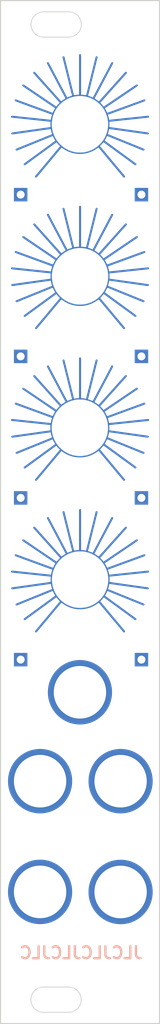
<source format=kicad_pcb>
(kicad_pcb (version 20171130) (host pcbnew "(5.1.4)-1")

  (general
    (thickness 1.6)
    (drawings 119)
    (tracks 168)
    (zones 0)
    (modules 19)
    (nets 1)
  )

  (page A4)
  (layers
    (0 F.Cu signal)
    (31 B.Cu signal)
    (32 B.Adhes user)
    (33 F.Adhes user)
    (34 B.Paste user)
    (35 F.Paste user)
    (36 B.SilkS user)
    (37 F.SilkS user)
    (38 B.Mask user)
    (39 F.Mask user)
    (40 Dwgs.User user hide)
    (41 Cmts.User user hide)
    (42 Eco1.User user hide)
    (43 Eco2.User user hide)
    (44 Edge.Cuts user)
  )

  (setup
    (last_trace_width 0.25)
    (trace_clearance 0.2)
    (zone_clearance 0.508)
    (zone_45_only no)
    (trace_min 0.2)
    (via_size 0.8)
    (via_drill 0.4)
    (via_min_size 0.4)
    (via_min_drill 0.3)
    (uvia_size 0.3)
    (uvia_drill 0.1)
    (uvias_allowed no)
    (uvia_min_size 0.2)
    (uvia_min_drill 0.1)
    (edge_width 0.05)
    (segment_width 0.2)
    (pcb_text_width 0.3)
    (pcb_text_size 1.5 1.5)
    (mod_edge_width 0.12)
    (mod_text_size 1 1)
    (mod_text_width 0.15)
    (pad_size 1.524 1.524)
    (pad_drill 0.762)
    (pad_to_mask_clearance 0.051)
    (solder_mask_min_width 0.25)
    (aux_axis_origin 0 0)
    (visible_elements 7FFFFFFF)
    (pcbplotparams
      (layerselection 0x010f0_ffffffff)
      (usegerberextensions false)
      (usegerberattributes false)
      (usegerberadvancedattributes false)
      (creategerberjobfile false)
      (excludeedgelayer true)
      (linewidth 0.100000)
      (plotframeref false)
      (viasonmask false)
      (mode 1)
      (useauxorigin false)
      (hpglpennumber 1)
      (hpglpenspeed 20)
      (hpglpendiameter 15.000000)
      (psnegative false)
      (psa4output false)
      (plotreference true)
      (plotvalue false)
      (plotinvisibletext false)
      (padsonsilk false)
      (subtractmaskfromsilk false)
      (outputformat 1)
      (mirror false)
      (drillshape 0)
      (scaleselection 1)
      (outputdirectory "4HP2b/"))
  )

  (net 0 "")

  (net_class Default "これはデフォルトのネット クラスです。"
    (clearance 0.2)
    (trace_width 0.25)
    (via_dia 0.8)
    (via_drill 0.4)
    (uvia_dia 0.3)
    (uvia_drill 0.1)
  )

  (module 4ms_Connector:PinHeader_1x01_P2.54mm_Vertical_NoSilk (layer F.Cu) (tedit 5F1FACC9) (tstamp 5F2017A7)
    (at 17.78 -45.72)
    (descr "Through hole straight pin header, 1x01, 2.54mm pitch, single row")
    (tags "Through hole pin header THT 1x01 2.54mm single row")
    (fp_text reference " " (at 0 -2.33) (layer F.SilkS)
      (effects (font (size 1 1) (thickness 0.15)))
    )
    (fp_text value PinHeader_1x01_P2.54mm_Vertical_NoSilk (at 0 2.33) (layer F.Fab)
      (effects (font (size 1 1) (thickness 0.15)))
    )
    (fp_line (start -0.635 -1.27) (end 1.27 -1.27) (layer F.Fab) (width 0.1))
    (fp_line (start 1.27 -1.27) (end 1.27 1.27) (layer F.Fab) (width 0.1))
    (fp_line (start 1.27 1.27) (end -1.27 1.27) (layer F.Fab) (width 0.1))
    (fp_line (start -1.27 1.27) (end -1.27 -0.635) (layer F.Fab) (width 0.1))
    (fp_line (start -1.27 -0.635) (end -0.635 -1.27) (layer F.Fab) (width 0.1))
    (fp_line (start -1.8 -1.8) (end -1.8 1.8) (layer F.CrtYd) (width 0.05))
    (fp_line (start -1.8 1.8) (end 1.8 1.8) (layer F.CrtYd) (width 0.05))
    (fp_line (start 1.8 1.8) (end 1.8 -1.8) (layer F.CrtYd) (width 0.05))
    (fp_line (start 1.8 -1.8) (end -1.8 -1.8) (layer F.CrtYd) (width 0.05))
    (fp_text user %R (at 0 0 90) (layer F.Fab)
      (effects (font (size 1 1) (thickness 0.15)))
    )
    (pad 1 thru_hole rect (at 0 0) (size 1.7 1.7) (drill 1) (layers *.Cu *.Mask))
    (model ${KISYS3DMOD}/Connector_PinHeader_2.54mm.3dshapes/PinHeader_1x01_P2.54mm_Vertical.wrl
      (at (xyz 0 0 0))
      (scale (xyz 1 1 1))
      (rotate (xyz 0 0 0))
    )
  )

  (module 4ms_Connector:PinHeader_1x01_P2.54mm_Vertical_NoSilk (layer F.Cu) (tedit 5F1FACC9) (tstamp 5F20178B)
    (at 2.54 -45.72)
    (descr "Through hole straight pin header, 1x01, 2.54mm pitch, single row")
    (tags "Through hole pin header THT 1x01 2.54mm single row")
    (fp_text reference " " (at 0 -2.33) (layer F.SilkS)
      (effects (font (size 1 1) (thickness 0.15)))
    )
    (fp_text value PinHeader_1x01_P2.54mm_Vertical_NoSilk (at 0 2.33) (layer F.Fab)
      (effects (font (size 1 1) (thickness 0.15)))
    )
    (fp_text user %R (at 0 0 90) (layer F.Fab)
      (effects (font (size 1 1) (thickness 0.15)))
    )
    (fp_line (start 1.8 -1.8) (end -1.8 -1.8) (layer F.CrtYd) (width 0.05))
    (fp_line (start 1.8 1.8) (end 1.8 -1.8) (layer F.CrtYd) (width 0.05))
    (fp_line (start -1.8 1.8) (end 1.8 1.8) (layer F.CrtYd) (width 0.05))
    (fp_line (start -1.8 -1.8) (end -1.8 1.8) (layer F.CrtYd) (width 0.05))
    (fp_line (start -1.27 -0.635) (end -0.635 -1.27) (layer F.Fab) (width 0.1))
    (fp_line (start -1.27 1.27) (end -1.27 -0.635) (layer F.Fab) (width 0.1))
    (fp_line (start 1.27 1.27) (end -1.27 1.27) (layer F.Fab) (width 0.1))
    (fp_line (start 1.27 -1.27) (end 1.27 1.27) (layer F.Fab) (width 0.1))
    (fp_line (start -0.635 -1.27) (end 1.27 -1.27) (layer F.Fab) (width 0.1))
    (pad 1 thru_hole rect (at 0 0) (size 1.7 1.7) (drill 1) (layers *.Cu *.Mask))
    (model ${KISYS3DMOD}/Connector_PinHeader_2.54mm.3dshapes/PinHeader_1x01_P2.54mm_Vertical.wrl
      (at (xyz 0 0 0))
      (scale (xyz 1 1 1))
      (rotate (xyz 0 0 0))
    )
  )

  (module 4ms_Connector:PinHeader_1x01_P2.54mm_Vertical_NoSilk (layer F.Cu) (tedit 5F1FACC9) (tstamp 5F20176F)
    (at 17.78 -83.82)
    (descr "Through hole straight pin header, 1x01, 2.54mm pitch, single row")
    (tags "Through hole pin header THT 1x01 2.54mm single row")
    (fp_text reference " " (at 0 -2.33) (layer F.SilkS)
      (effects (font (size 1 1) (thickness 0.15)))
    )
    (fp_text value PinHeader_1x01_P2.54mm_Vertical_NoSilk (at 0 2.33) (layer F.Fab)
      (effects (font (size 1 1) (thickness 0.15)))
    )
    (fp_line (start -0.635 -1.27) (end 1.27 -1.27) (layer F.Fab) (width 0.1))
    (fp_line (start 1.27 -1.27) (end 1.27 1.27) (layer F.Fab) (width 0.1))
    (fp_line (start 1.27 1.27) (end -1.27 1.27) (layer F.Fab) (width 0.1))
    (fp_line (start -1.27 1.27) (end -1.27 -0.635) (layer F.Fab) (width 0.1))
    (fp_line (start -1.27 -0.635) (end -0.635 -1.27) (layer F.Fab) (width 0.1))
    (fp_line (start -1.8 -1.8) (end -1.8 1.8) (layer F.CrtYd) (width 0.05))
    (fp_line (start -1.8 1.8) (end 1.8 1.8) (layer F.CrtYd) (width 0.05))
    (fp_line (start 1.8 1.8) (end 1.8 -1.8) (layer F.CrtYd) (width 0.05))
    (fp_line (start 1.8 -1.8) (end -1.8 -1.8) (layer F.CrtYd) (width 0.05))
    (fp_text user %R (at 0 0 90) (layer F.Fab)
      (effects (font (size 1 1) (thickness 0.15)))
    )
    (pad 1 thru_hole rect (at 0 0) (size 1.7 1.7) (drill 1) (layers *.Cu *.Mask))
    (model ${KISYS3DMOD}/Connector_PinHeader_2.54mm.3dshapes/PinHeader_1x01_P2.54mm_Vertical.wrl
      (at (xyz 0 0 0))
      (scale (xyz 1 1 1))
      (rotate (xyz 0 0 0))
    )
  )

  (module 4ms_Connector:PinHeader_1x01_P2.54mm_Vertical_NoSilk (layer F.Cu) (tedit 5F1FACC9) (tstamp 5F201753)
    (at 2.54 -83.82)
    (descr "Through hole straight pin header, 1x01, 2.54mm pitch, single row")
    (tags "Through hole pin header THT 1x01 2.54mm single row")
    (fp_text reference " " (at 0 -2.33) (layer F.SilkS)
      (effects (font (size 1 1) (thickness 0.15)))
    )
    (fp_text value PinHeader_1x01_P2.54mm_Vertical_NoSilk (at 0 2.33) (layer F.Fab)
      (effects (font (size 1 1) (thickness 0.15)))
    )
    (fp_text user %R (at 0 0 90) (layer F.Fab)
      (effects (font (size 1 1) (thickness 0.15)))
    )
    (fp_line (start 1.8 -1.8) (end -1.8 -1.8) (layer F.CrtYd) (width 0.05))
    (fp_line (start 1.8 1.8) (end 1.8 -1.8) (layer F.CrtYd) (width 0.05))
    (fp_line (start -1.8 1.8) (end 1.8 1.8) (layer F.CrtYd) (width 0.05))
    (fp_line (start -1.8 -1.8) (end -1.8 1.8) (layer F.CrtYd) (width 0.05))
    (fp_line (start -1.27 -0.635) (end -0.635 -1.27) (layer F.Fab) (width 0.1))
    (fp_line (start -1.27 1.27) (end -1.27 -0.635) (layer F.Fab) (width 0.1))
    (fp_line (start 1.27 1.27) (end -1.27 1.27) (layer F.Fab) (width 0.1))
    (fp_line (start 1.27 -1.27) (end 1.27 1.27) (layer F.Fab) (width 0.1))
    (fp_line (start -0.635 -1.27) (end 1.27 -1.27) (layer F.Fab) (width 0.1))
    (pad 1 thru_hole rect (at 0 0) (size 1.7 1.7) (drill 1) (layers *.Cu *.Mask))
    (model ${KISYS3DMOD}/Connector_PinHeader_2.54mm.3dshapes/PinHeader_1x01_P2.54mm_Vertical.wrl
      (at (xyz 0 0 0))
      (scale (xyz 1 1 1))
      (rotate (xyz 0 0 0))
    )
  )

  (module 4ms_Connector:PinHeader_1x01_P2.54mm_Vertical_NoSilk (layer F.Cu) (tedit 5F1FACC9) (tstamp 5F201642)
    (at 17.78 -66.04)
    (descr "Through hole straight pin header, 1x01, 2.54mm pitch, single row")
    (tags "Through hole pin header THT 1x01 2.54mm single row")
    (fp_text reference REF** (at 0 -2.33) (layer F.SilkS) hide
      (effects (font (size 1 1) (thickness 0.15)))
    )
    (fp_text value PinHeader_1x01_P2.54mm_Vertical_NoSilk (at 0 2.33) (layer F.Fab)
      (effects (font (size 1 1) (thickness 0.15)))
    )
    (fp_line (start -0.635 -1.27) (end 1.27 -1.27) (layer F.Fab) (width 0.1))
    (fp_line (start 1.27 -1.27) (end 1.27 1.27) (layer F.Fab) (width 0.1))
    (fp_line (start 1.27 1.27) (end -1.27 1.27) (layer F.Fab) (width 0.1))
    (fp_line (start -1.27 1.27) (end -1.27 -0.635) (layer F.Fab) (width 0.1))
    (fp_line (start -1.27 -0.635) (end -0.635 -1.27) (layer F.Fab) (width 0.1))
    (fp_line (start -1.8 -1.8) (end -1.8 1.8) (layer F.CrtYd) (width 0.05))
    (fp_line (start -1.8 1.8) (end 1.8 1.8) (layer F.CrtYd) (width 0.05))
    (fp_line (start 1.8 1.8) (end 1.8 -1.8) (layer F.CrtYd) (width 0.05))
    (fp_line (start 1.8 -1.8) (end -1.8 -1.8) (layer F.CrtYd) (width 0.05))
    (fp_text user %R (at 0 0 90) (layer F.Fab)
      (effects (font (size 1 1) (thickness 0.15)))
    )
    (pad 1 thru_hole rect (at 0 0) (size 1.7 1.7) (drill 1) (layers *.Cu *.Mask))
    (model ${KISYS3DMOD}/Connector_PinHeader_2.54mm.3dshapes/PinHeader_1x01_P2.54mm_Vertical.wrl
      (at (xyz 0 0 0))
      (scale (xyz 1 1 1))
      (rotate (xyz 0 0 0))
    )
  )

  (module 4ms_Connector:PinHeader_1x01_P2.54mm_Vertical_NoSilk (layer F.Cu) (tedit 5F1FACC9) (tstamp 5F201609)
    (at 2.54 -66.04)
    (descr "Through hole straight pin header, 1x01, 2.54mm pitch, single row")
    (tags "Through hole pin header THT 1x01 2.54mm single row")
    (fp_text reference REF** (at 0 -2.33) (layer F.SilkS) hide
      (effects (font (size 1 1) (thickness 0.15)))
    )
    (fp_text value PinHeader_1x01_P2.54mm_Vertical_NoSilk (at 0 2.33) (layer F.Fab)
      (effects (font (size 1 1) (thickness 0.15)))
    )
    (fp_line (start -0.635 -1.27) (end 1.27 -1.27) (layer F.Fab) (width 0.1))
    (fp_line (start 1.27 -1.27) (end 1.27 1.27) (layer F.Fab) (width 0.1))
    (fp_line (start 1.27 1.27) (end -1.27 1.27) (layer F.Fab) (width 0.1))
    (fp_line (start -1.27 1.27) (end -1.27 -0.635) (layer F.Fab) (width 0.1))
    (fp_line (start -1.27 -0.635) (end -0.635 -1.27) (layer F.Fab) (width 0.1))
    (fp_line (start -1.8 -1.8) (end -1.8 1.8) (layer F.CrtYd) (width 0.05))
    (fp_line (start -1.8 1.8) (end 1.8 1.8) (layer F.CrtYd) (width 0.05))
    (fp_line (start 1.8 1.8) (end 1.8 -1.8) (layer F.CrtYd) (width 0.05))
    (fp_line (start 1.8 -1.8) (end -1.8 -1.8) (layer F.CrtYd) (width 0.05))
    (fp_text user %R (at 0 0 90) (layer F.Fab)
      (effects (font (size 1 1) (thickness 0.15)))
    )
    (pad 1 thru_hole rect (at 0 0) (size 1.7 1.7) (drill 1) (layers *.Cu *.Mask))
    (model ${KISYS3DMOD}/Connector_PinHeader_2.54mm.3dshapes/PinHeader_1x01_P2.54mm_Vertical.wrl
      (at (xyz 0 0 0))
      (scale (xyz 1 1 1))
      (rotate (xyz 0 0 0))
    )
  )

  (module 4ms_Connector:PinHeader_1x01_P2.54mm_Vertical_NoSilk (layer F.Cu) (tedit 5F1FACC9) (tstamp 5F2015D0)
    (at 17.78 -104.14)
    (descr "Through hole straight pin header, 1x01, 2.54mm pitch, single row")
    (tags "Through hole pin header THT 1x01 2.54mm single row")
    (fp_text reference REF** (at 0 -2.33) (layer F.SilkS) hide
      (effects (font (size 1 1) (thickness 0.15)))
    )
    (fp_text value PinHeader_1x01_P2.54mm_Vertical_NoSilk (at 0 2.33) (layer F.Fab)
      (effects (font (size 1 1) (thickness 0.15)))
    )
    (fp_line (start -0.635 -1.27) (end 1.27 -1.27) (layer F.Fab) (width 0.1))
    (fp_line (start 1.27 -1.27) (end 1.27 1.27) (layer F.Fab) (width 0.1))
    (fp_line (start 1.27 1.27) (end -1.27 1.27) (layer F.Fab) (width 0.1))
    (fp_line (start -1.27 1.27) (end -1.27 -0.635) (layer F.Fab) (width 0.1))
    (fp_line (start -1.27 -0.635) (end -0.635 -1.27) (layer F.Fab) (width 0.1))
    (fp_line (start -1.8 -1.8) (end -1.8 1.8) (layer F.CrtYd) (width 0.05))
    (fp_line (start -1.8 1.8) (end 1.8 1.8) (layer F.CrtYd) (width 0.05))
    (fp_line (start 1.8 1.8) (end 1.8 -1.8) (layer F.CrtYd) (width 0.05))
    (fp_line (start 1.8 -1.8) (end -1.8 -1.8) (layer F.CrtYd) (width 0.05))
    (fp_text user %R (at 0 0 90) (layer F.Fab)
      (effects (font (size 1 1) (thickness 0.15)))
    )
    (pad 1 thru_hole rect (at 0 0) (size 1.7 1.7) (drill 1) (layers *.Cu *.Mask))
    (model ${KISYS3DMOD}/Connector_PinHeader_2.54mm.3dshapes/PinHeader_1x01_P2.54mm_Vertical.wrl
      (at (xyz 0 0 0))
      (scale (xyz 1 1 1))
      (rotate (xyz 0 0 0))
    )
  )

  (module 4ms_Connector:PinHeader_1x01_P2.54mm_Vertical_NoSilk (layer F.Cu) (tedit 5F1FACC9) (tstamp 5F2014F4)
    (at 2.54 -104.14)
    (descr "Through hole straight pin header, 1x01, 2.54mm pitch, single row")
    (tags "Through hole pin header THT 1x01 2.54mm single row")
    (fp_text reference " " (at 0 -2.33) (layer F.SilkS)
      (effects (font (size 1 1) (thickness 0.15)))
    )
    (fp_text value PinHeader_1x01_P2.54mm_Vertical_NoSilk (at 0 2.33) (layer F.Fab)
      (effects (font (size 1 1) (thickness 0.15)))
    )
    (fp_line (start -0.635 -1.27) (end 1.27 -1.27) (layer F.Fab) (width 0.1))
    (fp_line (start 1.27 -1.27) (end 1.27 1.27) (layer F.Fab) (width 0.1))
    (fp_line (start 1.27 1.27) (end -1.27 1.27) (layer F.Fab) (width 0.1))
    (fp_line (start -1.27 1.27) (end -1.27 -0.635) (layer F.Fab) (width 0.1))
    (fp_line (start -1.27 -0.635) (end -0.635 -1.27) (layer F.Fab) (width 0.1))
    (fp_line (start -1.8 -1.8) (end -1.8 1.8) (layer F.CrtYd) (width 0.05))
    (fp_line (start -1.8 1.8) (end 1.8 1.8) (layer F.CrtYd) (width 0.05))
    (fp_line (start 1.8 1.8) (end 1.8 -1.8) (layer F.CrtYd) (width 0.05))
    (fp_line (start 1.8 -1.8) (end -1.8 -1.8) (layer F.CrtYd) (width 0.05))
    (fp_text user %R (at 0 0 90) (layer F.Fab)
      (effects (font (size 1 1) (thickness 0.15)))
    )
    (pad 1 thru_hole rect (at 0 0) (size 1.7 1.7) (drill 1) (layers *.Cu *.Mask))
    (model ${KISYS3DMOD}/Connector_PinHeader_2.54mm.3dshapes/PinHeader_1x01_P2.54mm_Vertical.wrl
      (at (xyz 0 0 0))
      (scale (xyz 1 1 1))
      (rotate (xyz 0 0 0))
    )
  )

  (module 4ms_Faceplate:Faceplate_Hole_Jack_3.5mm_Copper8mm locked (layer F.Cu) (tedit 5DAE1E51) (tstamp 5F200065)
    (at 10.02 -41.62)
    (fp_text reference REF** (at 0.41 4.84) (layer F.Fab) hide
      (effects (font (size 1 1) (thickness 0.15)))
    )
    (fp_text value Faceplate_Hole_Jack_3.5mm_Copper8mm (at 0.27 6.16) (layer F.Fab) hide
      (effects (font (size 1 1) (thickness 0.15)))
    )
    (fp_line (start 0 -0.508) (end 0 0.508) (layer F.Fab) (width 0.15))
    (fp_line (start -0.508 0) (end 0.508 0) (layer F.Fab) (width 0.15))
    (pad 1 thru_hole circle (at 0 0) (size 8.1 8.1) (drill 6.604) (layers *.Cu *.Mask))
  )

  (module 4ms_Faceplate:Faceplate_Hole_Jack_3.5mm_Copper8mm locked (layer F.Cu) (tedit 5DAE1E51) (tstamp 5F20004C)
    (at 15.15 -16.53)
    (fp_text reference REF** (at 0.41 4.84) (layer F.Fab) hide
      (effects (font (size 1 1) (thickness 0.15)))
    )
    (fp_text value Faceplate_Hole_Jack_3.5mm_Copper8mm (at 0.27 6.16) (layer F.Fab) hide
      (effects (font (size 1 1) (thickness 0.15)))
    )
    (fp_line (start 0 -0.508) (end 0 0.508) (layer F.Fab) (width 0.15))
    (fp_line (start -0.508 0) (end 0.508 0) (layer F.Fab) (width 0.15))
    (pad 1 thru_hole circle (at 0 0) (size 8.1 8.1) (drill 6.604) (layers *.Cu *.Mask))
  )

  (module 4ms_Faceplate:Faceplate_Hole_Jack_3.5mm_Copper8mm locked (layer F.Cu) (tedit 5DAE1E51) (tstamp 5F200033)
    (at 4.99 -16.54)
    (fp_text reference REF** (at 0.41 4.84) (layer F.Fab) hide
      (effects (font (size 1 1) (thickness 0.15)))
    )
    (fp_text value Faceplate_Hole_Jack_3.5mm_Copper8mm (at 0.27 6.16) (layer F.Fab) hide
      (effects (font (size 1 1) (thickness 0.15)))
    )
    (fp_line (start 0 -0.508) (end 0 0.508) (layer F.Fab) (width 0.15))
    (fp_line (start -0.508 0) (end 0.508 0) (layer F.Fab) (width 0.15))
    (pad 1 thru_hole circle (at 0 0) (size 8.1 8.1) (drill 6.604) (layers *.Cu *.Mask))
  )

  (module 4ms_Faceplate:Faceplate_Hole_Jack_3.5mm_Copper8mm locked (layer F.Cu) (tedit 5DAE1E51) (tstamp 5F200002)
    (at 15.15 -30.45)
    (fp_text reference REF** (at 0.41 4.84) (layer F.Fab) hide
      (effects (font (size 1 1) (thickness 0.15)))
    )
    (fp_text value Faceplate_Hole_Jack_3.5mm_Copper8mm (at 0.27 6.16) (layer F.Fab) hide
      (effects (font (size 1 1) (thickness 0.15)))
    )
    (fp_line (start 0 -0.508) (end 0 0.508) (layer F.Fab) (width 0.15))
    (fp_line (start -0.508 0) (end 0.508 0) (layer F.Fab) (width 0.15))
    (pad 1 thru_hole circle (at 0 0) (size 8.1 8.1) (drill 6.604) (layers *.Cu *.Mask))
  )

  (module 4ms_Faceplate:Faceplate_Hole_Jack_3.5mm_Copper8mm locked (layer F.Cu) (tedit 5DAE1E51) (tstamp 5F1FFFE9)
    (at 4.99 -30.45)
    (fp_text reference REF** (at 0.41 4.84) (layer F.Fab) hide
      (effects (font (size 1 1) (thickness 0.15)))
    )
    (fp_text value Faceplate_Hole_Jack_3.5mm_Copper8mm (at 0.27 6.16) (layer F.Fab) hide
      (effects (font (size 1 1) (thickness 0.15)))
    )
    (fp_line (start 0 -0.508) (end 0 0.508) (layer F.Fab) (width 0.15))
    (fp_line (start -0.508 0) (end 0.508 0) (layer F.Fab) (width 0.15))
    (pad 1 thru_hole circle (at 0 0) (size 8.1 8.1) (drill 6.604) (layers *.Cu *.Mask))
  )

  (module 4ms_Faceplate:Faceplate_Hole_Pot_9mm_Metal_Collar (layer F.Cu) (tedit 5AB0124D) (tstamp 5F1FFF91)
    (at 10.04 -55.77)
    (fp_text reference REF** (at 0.254 2.286) (layer F.SilkS) hide
      (effects (font (size 1 1) (thickness 0.15)))
    )
    (fp_text value Faceplate_Hole_Pot_9mm (at 0.17 4.53) (layer F.Fab) hide
      (effects (font (size 1 1) (thickness 0.15)))
    )
    (fp_line (start -0.508 0) (end 0.508 0) (layer F.Fab) (width 0.15))
    (fp_line (start 0 -0.508) (end 0 0.508) (layer F.Fab) (width 0.15))
    (pad 1 thru_hole circle (at 0 0) (size 7.45 7.45) (drill 7.1) (layers *.Cu *.Mask))
  )

  (module 4ms_Faceplate:Faceplate_Hole_Pot_9mm_Metal_Collar (layer F.Cu) (tedit 5AB0124D) (tstamp 5F1FFF78)
    (at 10.01 -74.85)
    (fp_text reference REF** (at 0.254 2.286) (layer F.SilkS) hide
      (effects (font (size 1 1) (thickness 0.15)))
    )
    (fp_text value Faceplate_Hole_Pot_9mm (at 0.17 4.53) (layer F.Fab) hide
      (effects (font (size 1 1) (thickness 0.15)))
    )
    (fp_line (start -0.508 0) (end 0.508 0) (layer F.Fab) (width 0.15))
    (fp_line (start 0 -0.508) (end 0 0.508) (layer F.Fab) (width 0.15))
    (pad 1 thru_hole circle (at 0 0) (size 7.45 7.45) (drill 7.1) (layers *.Cu *.Mask))
  )

  (module 4ms_Faceplate:Faceplate_Hole_Pot_9mm_Metal_Collar (layer F.Cu) (tedit 5AB0124D) (tstamp 5F1FFF5F)
    (at 10.03 -93.88)
    (fp_text reference REF** (at 0.254 2.286) (layer F.SilkS) hide
      (effects (font (size 1 1) (thickness 0.15)))
    )
    (fp_text value Faceplate_Hole_Pot_9mm (at 0.17 4.53) (layer F.Fab) hide
      (effects (font (size 1 1) (thickness 0.15)))
    )
    (fp_line (start -0.508 0) (end 0.508 0) (layer F.Fab) (width 0.15))
    (fp_line (start 0 -0.508) (end 0 0.508) (layer F.Fab) (width 0.15))
    (pad 1 thru_hole circle (at 0 0) (size 7.45 7.45) (drill 7.1) (layers *.Cu *.Mask))
  )

  (module 4ms_Faceplate:Faceplate_Hole_Pot_9mm_Metal_Collar (layer F.Cu) (tedit 5AB0124D) (tstamp 5F1FFF46)
    (at 10.02 -112.98)
    (fp_text reference REF** (at 0.254 2.286) (layer F.SilkS) hide
      (effects (font (size 1 1) (thickness 0.15)))
    )
    (fp_text value Faceplate_Hole_Pot_9mm (at 0.17 4.53) (layer F.Fab) hide
      (effects (font (size 1 1) (thickness 0.15)))
    )
    (fp_line (start -0.508 0) (end 0.508 0) (layer F.Fab) (width 0.15))
    (fp_line (start 0 -0.508) (end 0 0.508) (layer F.Fab) (width 0.15))
    (pad 1 thru_hole circle (at 0 0) (size 7.45 7.45) (drill 7.1) (layers *.Cu *.Mask))
  )

  (module 4ms_Faceplate:Faceplate_Rail_Mount_Slot (layer F.Cu) (tedit 5A7E37F6) (tstamp 5F1FF9FF)
    (at 7.02 -125.52)
    (fp_text reference REF** (at 0.13 4.37) (layer F.Fab) hide
      (effects (font (size 1 1) (thickness 0.15)))
    )
    (fp_text value Rail_mount_slot (at 0.381 2.54) (layer F.Fab) hide
      (effects (font (size 1 1) (thickness 0.15)))
    )
    (fp_line (start -1.5875 -1.5875) (end 1.5875 -1.5875) (layer Edge.Cuts) (width 0.1))
    (fp_arc (start -1.5875 0) (end -1.5875 1.5875) (angle 180) (layer Edge.Cuts) (width 0.1))
    (fp_arc (start 1.5875 0) (end 1.5875 -1.5875) (angle 180) (layer Edge.Cuts) (width 0.1))
    (fp_line (start -1.5875 1.5875) (end 1.5875 1.5875) (layer Edge.Cuts) (width 0.1))
  )

  (module 4ms_Faceplate:Faceplate_Rail_Mount_Slot (layer F.Cu) (tedit 5A7E37F6) (tstamp 5F1FF9DA)
    (at 7 -3)
    (fp_text reference REF** (at 0.13 4.37) (layer F.Fab) hide
      (effects (font (size 1 1) (thickness 0.15)))
    )
    (fp_text value Rail_mount_slot (at 0.381 2.54) (layer F.Fab) hide
      (effects (font (size 1 1) (thickness 0.15)))
    )
    (fp_line (start -1.5875 -1.5875) (end 1.5875 -1.5875) (layer Edge.Cuts) (width 0.1))
    (fp_arc (start -1.5875 0) (end -1.5875 1.5875) (angle 180) (layer Edge.Cuts) (width 0.1))
    (fp_arc (start 1.5875 0) (end 1.5875 -1.5875) (angle 180) (layer Edge.Cuts) (width 0.1))
    (fp_line (start -1.5875 1.5875) (end 1.5875 1.5875) (layer Edge.Cuts) (width 0.1))
  )

  (gr_text JLCJLCJLCJLC (at 10.16 -8.89) (layer B.SilkS)
    (effects (font (size 1.5 1.5) (thickness 0.3)) (justify mirror))
  )
  (gr_line (start 10.033 -113.03) (end 10.033 -113.03) (layer B.Mask) (width 7.239))
  (gr_line (start 10.033 -93.98) (end 10.033 -93.98) (layer B.Mask) (width 7.239))
  (gr_line (start 10.033 -74.93) (end 10.033 -74.93) (layer B.Mask) (width 7.239))
  (gr_line (start 10.033 -55.88) (end 10.033 -55.88) (layer B.Mask) (width 7.239))
  (gr_line (start 10.033 -41.656) (end 10.033 -41.656) (layer B.Mask) (width 5.334))
  (gr_line (start 4.953 -30.48) (end 4.953 -30.48) (layer B.Mask) (width 6.35))
  (gr_line (start 15.113 -30.48) (end 15.113 -30.48) (layer B.Mask) (width 6.35))
  (gr_line (start 4.953 -16.51) (end 4.953 -16.51) (layer B.Mask) (width 6.35))
  (gr_line (start 15.113 -16.51) (end 15.113 -16.51) (layer B.Mask) (width 6.35))
  (gr_line (start 10.033 -113.03) (end 10.033 -113.03) (layer F.Mask) (width 7.239))
  (gr_line (start 10.033 -93.98) (end 10.033 -93.98) (layer F.Mask) (width 7.239))
  (gr_line (start 10.033 -74.93) (end 10.033 -74.93) (layer F.Mask) (width 7.239))
  (gr_line (start 10.033 -55.88) (end 10.033 -55.88) (layer F.Mask) (width 7.239))
  (gr_line (start 10.033 -41.656) (end 10.033 -41.656) (layer F.Mask) (width 5.334))
  (gr_line (start 4.953 -30.48) (end 4.953 -30.48) (layer F.Mask) (width 6.35))
  (gr_line (start 15.113 -30.48) (end 15.113 -30.48) (layer F.Mask) (width 6.35))
  (gr_line (start 4.953 -16.51) (end 4.953 -16.51) (layer F.Mask) (width 6.35))
  (gr_line (start 15.113 -16.51) (end 15.113 -16.51) (layer F.Mask) (width 6.35))
  (gr_line (start 10.033 -113.03) (end 4.48188 -106.41444) (layer F.Mask) (width 0.254))
  (gr_line (start 10.033 -113.03) (end 3.04632 -107.95389) (layer F.Mask) (width 0.254))
  (gr_line (start 10.033 -113.03) (end 2.02583 -109.7949) (layer F.Mask) (width 0.254))
  (gr_line (start 10.033 -113.03) (end 1.48105 -111.8281) (layer F.Mask) (width 0.254))
  (gr_line (start 10.033 -113.03) (end 1.44432 -113.93272) (layer F.Mask) (width 0.254))
  (gr_line (start 10.033 -113.03) (end 1.91783 -115.98369) (layer F.Mask) (width 0.254))
  (gr_line (start 10.033 -113.03) (end 2.87343 -117.8592) (layer F.Mask) (width 0.254))
  (gr_line (start 10.033 -113.03) (end 4.2544 -119.44779) (layer F.Mask) (width 0.254))
  (gr_line (start 10.033 -113.03) (end 5.97865 -120.65513) (layer F.Mask) (width 0.254))
  (gr_line (start 10.033 -113.03) (end 7.94377 -121.40949) (layer F.Mask) (width 0.254))
  (gr_line (start 10.033 -113.03) (end 10.033 -121.666) (layer F.Mask) (width 0.254))
  (gr_line (start 10.033 -113.03) (end 12.12223 -121.40949) (layer F.Mask) (width 0.254))
  (gr_line (start 10.033 -113.03) (end 14.08735 -120.65513) (layer F.Mask) (width 0.254))
  (gr_line (start 10.033 -113.03) (end 15.8116 -119.44779) (layer F.Mask) (width 0.254))
  (gr_line (start 10.033 -113.03) (end 17.19257 -117.8592) (layer F.Mask) (width 0.254))
  (gr_line (start 10.033 -113.03) (end 18.14817 -115.98369) (layer F.Mask) (width 0.254))
  (gr_line (start 10.033 -113.03) (end 18.62168 -113.93272) (layer F.Mask) (width 0.254))
  (gr_line (start 10.033 -113.03) (end 18.58495 -111.8281) (layer F.Mask) (width 0.254))
  (gr_line (start 10.033 -113.03) (end 18.04017 -109.7949) (layer F.Mask) (width 0.254))
  (gr_line (start 10.033 -113.03) (end 17.01968 -107.95389) (layer F.Mask) (width 0.254))
  (gr_line (start 10.033 -113.03) (end 15.58412 -106.41444) (layer F.Mask) (width 0.254))
  (gr_line (start 10.033 -93.98) (end 4.48188 -87.36444) (layer F.Mask) (width 0.254))
  (gr_line (start 10.033 -93.98) (end 3.04632 -88.90389) (layer F.Mask) (width 0.254))
  (gr_line (start 10.033 -93.98) (end 2.02583 -90.7449) (layer F.Mask) (width 0.254))
  (gr_line (start 10.033 -93.98) (end 1.48105 -92.7781) (layer F.Mask) (width 0.254))
  (gr_line (start 10.033 -93.98) (end 1.44432 -94.88272) (layer F.Mask) (width 0.254))
  (gr_line (start 10.033 -93.98) (end 1.91783 -96.93369) (layer F.Mask) (width 0.254))
  (gr_line (start 10.033 -93.98) (end 2.87343 -98.8092) (layer F.Mask) (width 0.254))
  (gr_line (start 10.033 -93.98) (end 4.2544 -100.39779) (layer F.Mask) (width 0.254))
  (gr_line (start 10.033 -93.98) (end 5.97865 -101.60513) (layer F.Mask) (width 0.254))
  (gr_line (start 10.033 -93.98) (end 7.94377 -102.35949) (layer F.Mask) (width 0.254))
  (gr_line (start 10.033 -93.98) (end 10.033 -102.616) (layer F.Mask) (width 0.254))
  (gr_line (start 10.033 -93.98) (end 12.12223 -102.35949) (layer F.Mask) (width 0.254))
  (gr_line (start 10.033 -93.98) (end 14.08735 -101.60513) (layer F.Mask) (width 0.254))
  (gr_line (start 10.033 -93.98) (end 15.8116 -100.39779) (layer F.Mask) (width 0.254))
  (gr_line (start 10.033 -93.98) (end 17.19257 -98.8092) (layer F.Mask) (width 0.254))
  (gr_line (start 10.033 -93.98) (end 18.14817 -96.93369) (layer F.Mask) (width 0.254))
  (gr_line (start 10.033 -93.98) (end 18.62168 -94.88272) (layer F.Mask) (width 0.254))
  (gr_line (start 10.033 -93.98) (end 18.58495 -92.7781) (layer F.Mask) (width 0.254))
  (gr_line (start 10.033 -93.98) (end 18.04017 -90.7449) (layer F.Mask) (width 0.254))
  (gr_line (start 10.033 -93.98) (end 17.01968 -88.90389) (layer F.Mask) (width 0.254))
  (gr_line (start 10.033 -93.98) (end 15.58412 -87.36444) (layer F.Mask) (width 0.254))
  (gr_line (start 10.033 -74.93) (end 4.48188 -68.31444) (layer F.Mask) (width 0.254))
  (gr_line (start 10.033 -74.93) (end 3.04632 -69.85389) (layer F.Mask) (width 0.254))
  (gr_line (start 10.033 -74.93) (end 2.02583 -71.6949) (layer F.Mask) (width 0.254))
  (gr_line (start 10.033 -74.93) (end 1.48105 -73.7281) (layer F.Mask) (width 0.254))
  (gr_line (start 10.033 -74.93) (end 1.44432 -75.83272) (layer F.Mask) (width 0.254))
  (gr_line (start 10.033 -74.93) (end 1.91783 -77.88369) (layer F.Mask) (width 0.254))
  (gr_line (start 10.033 -74.93) (end 2.87343 -79.7592) (layer F.Mask) (width 0.254))
  (gr_line (start 10.033 -74.93) (end 4.2544 -81.34779) (layer F.Mask) (width 0.254))
  (gr_line (start 10.033 -74.93) (end 5.97865 -82.55513) (layer F.Mask) (width 0.254))
  (gr_line (start 10.033 -74.93) (end 7.94377 -83.30949) (layer F.Mask) (width 0.254))
  (gr_line (start 10.033 -74.93) (end 10.033 -83.566) (layer F.Mask) (width 0.254))
  (gr_line (start 10.033 -74.93) (end 12.12223 -83.30949) (layer F.Mask) (width 0.254))
  (gr_line (start 10.033 -74.93) (end 14.08735 -82.55513) (layer F.Mask) (width 0.254))
  (gr_line (start 10.033 -74.93) (end 15.8116 -81.34779) (layer F.Mask) (width 0.254))
  (gr_line (start 10.033 -74.93) (end 17.19257 -79.7592) (layer F.Mask) (width 0.254))
  (gr_line (start 10.033 -74.93) (end 18.14817 -77.88369) (layer F.Mask) (width 0.254))
  (gr_line (start 10.033 -74.93) (end 18.62168 -75.83272) (layer F.Mask) (width 0.254))
  (gr_line (start 10.033 -74.93) (end 18.58495 -73.7281) (layer F.Mask) (width 0.254))
  (gr_line (start 10.033 -74.93) (end 18.04017 -71.6949) (layer F.Mask) (width 0.254))
  (gr_line (start 10.033 -74.93) (end 17.01968 -69.85389) (layer F.Mask) (width 0.254))
  (gr_line (start 10.033 -74.93) (end 15.58412 -68.31444) (layer F.Mask) (width 0.254))
  (gr_line (start 10.033 -55.88) (end 4.48188 -49.26444) (layer F.Mask) (width 0.254))
  (gr_line (start 10.033 -55.88) (end 3.04632 -50.80389) (layer F.Mask) (width 0.254))
  (gr_line (start 10.033 -55.88) (end 2.02583 -52.6449) (layer F.Mask) (width 0.254))
  (gr_line (start 10.033 -55.88) (end 1.48105 -54.6781) (layer F.Mask) (width 0.254))
  (gr_line (start 10.033 -55.88) (end 1.44432 -56.78272) (layer F.Mask) (width 0.254))
  (gr_line (start 10.033 -55.88) (end 1.91783 -58.83369) (layer F.Mask) (width 0.254))
  (gr_line (start 10.033 -55.88) (end 2.87343 -60.7092) (layer F.Mask) (width 0.254))
  (gr_line (start 10.033 -55.88) (end 4.2544 -62.29779) (layer F.Mask) (width 0.254))
  (gr_line (start 10.033 -55.88) (end 5.97865 -63.50513) (layer F.Mask) (width 0.254))
  (gr_line (start 10.033 -55.88) (end 7.94377 -64.25949) (layer F.Mask) (width 0.254))
  (gr_line (start 10.033 -55.88) (end 10.033 -64.516) (layer F.Mask) (width 0.254))
  (gr_line (start 10.033 -55.88) (end 12.12223 -64.25949) (layer F.Mask) (width 0.254))
  (gr_line (start 10.033 -55.88) (end 14.08735 -63.50513) (layer F.Mask) (width 0.254))
  (gr_line (start 10.033 -55.88) (end 15.8116 -62.29779) (layer F.Mask) (width 0.254))
  (gr_line (start 10.033 -55.88) (end 17.19257 -60.7092) (layer F.Mask) (width 0.254))
  (gr_line (start 10.033 -55.88) (end 18.14817 -58.83369) (layer F.Mask) (width 0.254))
  (gr_line (start 10.033 -55.88) (end 18.62168 -56.78272) (layer F.Mask) (width 0.254))
  (gr_line (start 10.033 -55.88) (end 18.58495 -54.6781) (layer F.Mask) (width 0.254))
  (gr_line (start 10.033 -55.88) (end 18.04017 -52.6449) (layer F.Mask) (width 0.254))
  (gr_line (start 10.033 -55.88) (end 17.01968 -50.80389) (layer F.Mask) (width 0.254))
  (gr_line (start 10.033 -55.88) (end 15.58412 -49.26444) (layer F.Mask) (width 0.254))
  (gr_line (start 0 0) (end 20.066 0) (layer Edge.Cuts) (width 0.14))
  (gr_line (start 20.066 0) (end 20.066 -128.524) (layer Edge.Cuts) (width 0.14))
  (gr_line (start 20.066 -128.524) (end 0 -128.524) (layer Edge.Cuts) (width 0.14))
  (gr_line (start 0 -128.524) (end 0 0) (layer Edge.Cuts) (width 0.14))
  (gr_line (start 7.493 -2.9972) (end 7.493 -2.9972) (layer Dwgs.User) (width 3.2004))
  (gr_line (start 7.493 -125.5268) (end 7.493 -125.5268) (layer Dwgs.User) (width 3.2004))
  (gr_line (start 10.033 -113.03) (end 10.033 -113.03) (layer Dwgs.User) (width 7.239))
  (gr_line (start 10.033 -93.98) (end 10.033 -93.98) (layer Dwgs.User) (width 7.239))
  (gr_line (start 10.033 -74.93) (end 10.033 -74.93) (layer Dwgs.User) (width 7.239))
  (gr_line (start 10.033 -55.88) (end 10.033 -55.88) (layer Dwgs.User) (width 7.239))
  (gr_line (start 10.033 -41.656) (end 10.033 -41.656) (layer Dwgs.User) (width 5.334))
  (gr_line (start 4.953 -30.48) (end 4.953 -30.48) (layer Dwgs.User) (width 6.35))
  (gr_line (start 15.113 -30.48) (end 15.113 -30.48) (layer Dwgs.User) (width 6.35))
  (gr_line (start 4.953 -16.51) (end 4.953 -16.51) (layer Dwgs.User) (width 6.35))
  (gr_line (start 15.113 -16.51) (end 15.113 -16.51) (layer Dwgs.User) (width 6.35))
  (gr_poly (pts (xy 0 0) (xy 20.066 0) (xy 20.066 -128.524) (xy 0 -128.524)) (layer Cmts.User) (width 0))

  (segment (start 10.033 -113.03) (end 4.48188 -106.41444) (width 0.254) (layer B.Cu) (net 0))
  (segment (start 10.033 -113.03) (end 3.04632 -107.95389) (width 0.254) (layer B.Cu) (net 0))
  (segment (start 10.033 -113.03) (end 2.02583 -109.7949) (width 0.254) (layer B.Cu) (net 0))
  (segment (start 10.033 -113.03) (end 1.48105 -111.8281) (width 0.254) (layer B.Cu) (net 0))
  (segment (start 10.033 -113.03) (end 1.44432 -113.93272) (width 0.254) (layer B.Cu) (net 0))
  (segment (start 10.033 -113.03) (end 1.91783 -115.98369) (width 0.254) (layer B.Cu) (net 0))
  (segment (start 10.033 -113.03) (end 2.87343 -117.8592) (width 0.254) (layer B.Cu) (net 0))
  (segment (start 10.033 -113.03) (end 4.2544 -119.44779) (width 0.254) (layer B.Cu) (net 0))
  (segment (start 10.033 -113.03) (end 5.97865 -120.65513) (width 0.254) (layer B.Cu) (net 0))
  (segment (start 10.033 -113.03) (end 7.94377 -121.40949) (width 0.254) (layer B.Cu) (net 0))
  (segment (start 10.033 -113.03) (end 10.033 -121.666) (width 0.254) (layer B.Cu) (net 0))
  (segment (start 10.033 -113.03) (end 12.12223 -121.40949) (width 0.254) (layer B.Cu) (net 0))
  (segment (start 10.033 -113.03) (end 14.08735 -120.65513) (width 0.254) (layer B.Cu) (net 0))
  (segment (start 10.033 -113.03) (end 15.8116 -119.44779) (width 0.254) (layer B.Cu) (net 0))
  (segment (start 10.033 -113.03) (end 17.19257 -117.8592) (width 0.254) (layer B.Cu) (net 0))
  (segment (start 10.033 -113.03) (end 18.14817 -115.98369) (width 0.254) (layer B.Cu) (net 0))
  (segment (start 10.033 -113.03) (end 18.62168 -113.93272) (width 0.254) (layer B.Cu) (net 0))
  (segment (start 10.033 -113.03) (end 18.58495 -111.8281) (width 0.254) (layer B.Cu) (net 0))
  (segment (start 10.033 -113.03) (end 18.04017 -109.7949) (width 0.254) (layer B.Cu) (net 0))
  (segment (start 10.033 -113.03) (end 17.01968 -107.95389) (width 0.254) (layer B.Cu) (net 0))
  (segment (start 10.033 -113.03) (end 15.58412 -106.41444) (width 0.254) (layer B.Cu) (net 0))
  (segment (start 10.033 -93.98) (end 4.48188 -87.36444) (width 0.254) (layer B.Cu) (net 0))
  (segment (start 10.033 -93.98) (end 3.04632 -88.90389) (width 0.254) (layer B.Cu) (net 0))
  (segment (start 10.033 -93.98) (end 2.02583 -90.7449) (width 0.254) (layer B.Cu) (net 0))
  (segment (start 10.033 -93.98) (end 1.48105 -92.7781) (width 0.254) (layer B.Cu) (net 0))
  (segment (start 10.033 -93.98) (end 1.44432 -94.88272) (width 0.254) (layer B.Cu) (net 0))
  (segment (start 10.033 -93.98) (end 1.91783 -96.93369) (width 0.254) (layer B.Cu) (net 0))
  (segment (start 10.033 -93.98) (end 2.87343 -98.8092) (width 0.254) (layer B.Cu) (net 0))
  (segment (start 10.033 -93.98) (end 4.2544 -100.39779) (width 0.254) (layer B.Cu) (net 0))
  (segment (start 10.033 -93.98) (end 5.97865 -101.60513) (width 0.254) (layer B.Cu) (net 0))
  (segment (start 10.033 -93.98) (end 7.94377 -102.35949) (width 0.254) (layer B.Cu) (net 0))
  (segment (start 10.033 -93.98) (end 10.033 -102.616) (width 0.254) (layer B.Cu) (net 0))
  (segment (start 10.033 -93.98) (end 12.12223 -102.35949) (width 0.254) (layer B.Cu) (net 0))
  (segment (start 10.033 -93.98) (end 14.08735 -101.60513) (width 0.254) (layer B.Cu) (net 0))
  (segment (start 10.033 -93.98) (end 15.8116 -100.39779) (width 0.254) (layer B.Cu) (net 0))
  (segment (start 10.033 -93.98) (end 17.19257 -98.8092) (width 0.254) (layer B.Cu) (net 0))
  (segment (start 10.033 -93.98) (end 18.14817 -96.93369) (width 0.254) (layer B.Cu) (net 0))
  (segment (start 10.033 -93.98) (end 18.62168 -94.88272) (width 0.254) (layer B.Cu) (net 0))
  (segment (start 10.033 -93.98) (end 18.58495 -92.7781) (width 0.254) (layer B.Cu) (net 0))
  (segment (start 10.033 -93.98) (end 18.04017 -90.7449) (width 0.254) (layer B.Cu) (net 0))
  (segment (start 10.033 -93.98) (end 17.01968 -88.90389) (width 0.254) (layer B.Cu) (net 0))
  (segment (start 10.033 -93.98) (end 15.58412 -87.36444) (width 0.254) (layer B.Cu) (net 0))
  (segment (start 10.033 -74.93) (end 4.48188 -68.31444) (width 0.254) (layer B.Cu) (net 0))
  (segment (start 10.033 -74.93) (end 3.04632 -69.85389) (width 0.254) (layer B.Cu) (net 0))
  (segment (start 10.033 -74.93) (end 2.02583 -71.6949) (width 0.254) (layer B.Cu) (net 0))
  (segment (start 10.033 -74.93) (end 1.48105 -73.7281) (width 0.254) (layer B.Cu) (net 0))
  (segment (start 10.033 -74.93) (end 1.44432 -75.83272) (width 0.254) (layer B.Cu) (net 0))
  (segment (start 10.033 -74.93) (end 1.91783 -77.88369) (width 0.254) (layer B.Cu) (net 0))
  (segment (start 10.033 -74.93) (end 2.87343 -79.7592) (width 0.254) (layer B.Cu) (net 0))
  (segment (start 10.033 -74.93) (end 4.2544 -81.34779) (width 0.254) (layer B.Cu) (net 0))
  (segment (start 10.033 -74.93) (end 5.97865 -82.55513) (width 0.254) (layer B.Cu) (net 0))
  (segment (start 10.033 -74.93) (end 7.94377 -83.30949) (width 0.254) (layer B.Cu) (net 0))
  (segment (start 10.033 -74.93) (end 10.033 -83.566) (width 0.254) (layer B.Cu) (net 0))
  (segment (start 10.033 -74.93) (end 12.12223 -83.30949) (width 0.254) (layer B.Cu) (net 0))
  (segment (start 10.033 -74.93) (end 14.08735 -82.55513) (width 0.254) (layer B.Cu) (net 0))
  (segment (start 10.033 -74.93) (end 15.8116 -81.34779) (width 0.254) (layer B.Cu) (net 0))
  (segment (start 10.033 -74.93) (end 17.19257 -79.7592) (width 0.254) (layer B.Cu) (net 0))
  (segment (start 10.033 -74.93) (end 18.14817 -77.88369) (width 0.254) (layer B.Cu) (net 0))
  (segment (start 10.033 -74.93) (end 18.62168 -75.83272) (width 0.254) (layer B.Cu) (net 0))
  (segment (start 10.033 -74.93) (end 18.58495 -73.7281) (width 0.254) (layer B.Cu) (net 0))
  (segment (start 10.033 -74.93) (end 18.04017 -71.6949) (width 0.254) (layer B.Cu) (net 0))
  (segment (start 10.033 -74.93) (end 17.01968 -69.85389) (width 0.254) (layer B.Cu) (net 0))
  (segment (start 10.033 -74.93) (end 15.58412 -68.31444) (width 0.254) (layer B.Cu) (net 0))
  (segment (start 10.033 -55.88) (end 4.48188 -49.26444) (width 0.254) (layer B.Cu) (net 0))
  (segment (start 10.033 -55.88) (end 3.04632 -50.80389) (width 0.254) (layer B.Cu) (net 0))
  (segment (start 10.033 -55.88) (end 2.02583 -52.6449) (width 0.254) (layer B.Cu) (net 0))
  (segment (start 10.033 -55.88) (end 1.48105 -54.6781) (width 0.254) (layer B.Cu) (net 0))
  (segment (start 10.033 -55.88) (end 1.44432 -56.78272) (width 0.254) (layer B.Cu) (net 0))
  (segment (start 10.033 -55.88) (end 1.91783 -58.83369) (width 0.254) (layer B.Cu) (net 0))
  (segment (start 10.033 -55.88) (end 2.87343 -60.7092) (width 0.254) (layer B.Cu) (net 0))
  (segment (start 10.033 -55.88) (end 4.2544 -62.29779) (width 0.254) (layer B.Cu) (net 0))
  (segment (start 10.033 -55.88) (end 5.97865 -63.50513) (width 0.254) (layer B.Cu) (net 0))
  (segment (start 10.033 -55.88) (end 7.94377 -64.25949) (width 0.254) (layer B.Cu) (net 0))
  (segment (start 10.033 -55.88) (end 10.033 -64.516) (width 0.254) (layer B.Cu) (net 0))
  (segment (start 10.033 -55.88) (end 12.12223 -64.25949) (width 0.254) (layer B.Cu) (net 0))
  (segment (start 10.033 -55.88) (end 14.08735 -63.50513) (width 0.254) (layer B.Cu) (net 0))
  (segment (start 10.033 -55.88) (end 15.8116 -62.29779) (width 0.254) (layer B.Cu) (net 0))
  (segment (start 10.033 -55.88) (end 17.19257 -60.7092) (width 0.254) (layer B.Cu) (net 0))
  (segment (start 10.033 -55.88) (end 18.14817 -58.83369) (width 0.254) (layer B.Cu) (net 0))
  (segment (start 10.033 -55.88) (end 18.62168 -56.78272) (width 0.254) (layer B.Cu) (net 0))
  (segment (start 10.033 -55.88) (end 18.58495 -54.6781) (width 0.254) (layer B.Cu) (net 0))
  (segment (start 10.033 -55.88) (end 18.04017 -52.6449) (width 0.254) (layer B.Cu) (net 0))
  (segment (start 10.033 -55.88) (end 17.01968 -50.80389) (width 0.254) (layer B.Cu) (net 0))
  (segment (start 10.033 -55.88) (end 15.58412 -49.26444) (width 0.254) (layer B.Cu) (net 0))
  (segment (start 10.033 -113.03) (end 4.48188 -106.41444) (width 0.254) (layer F.Cu) (net 0))
  (segment (start 10.033 -113.03) (end 3.04632 -107.95389) (width 0.254) (layer F.Cu) (net 0))
  (segment (start 10.033 -113.03) (end 2.02583 -109.7949) (width 0.254) (layer F.Cu) (net 0))
  (segment (start 10.033 -113.03) (end 1.48105 -111.8281) (width 0.254) (layer F.Cu) (net 0))
  (segment (start 10.033 -113.03) (end 1.44432 -113.93272) (width 0.254) (layer F.Cu) (net 0))
  (segment (start 10.033 -113.03) (end 1.91783 -115.98369) (width 0.254) (layer F.Cu) (net 0))
  (segment (start 10.033 -113.03) (end 2.87343 -117.8592) (width 0.254) (layer F.Cu) (net 0))
  (segment (start 10.033 -113.03) (end 4.2544 -119.44779) (width 0.254) (layer F.Cu) (net 0))
  (segment (start 10.033 -113.03) (end 5.97865 -120.65513) (width 0.254) (layer F.Cu) (net 0))
  (segment (start 10.033 -113.03) (end 7.94377 -121.40949) (width 0.254) (layer F.Cu) (net 0))
  (segment (start 10.033 -113.03) (end 10.033 -121.666) (width 0.254) (layer F.Cu) (net 0))
  (segment (start 10.033 -113.03) (end 12.12223 -121.40949) (width 0.254) (layer F.Cu) (net 0))
  (segment (start 10.033 -113.03) (end 14.08735 -120.65513) (width 0.254) (layer F.Cu) (net 0))
  (segment (start 10.033 -113.03) (end 15.8116 -119.44779) (width 0.254) (layer F.Cu) (net 0))
  (segment (start 10.033 -113.03) (end 17.19257 -117.8592) (width 0.254) (layer F.Cu) (net 0))
  (segment (start 10.033 -113.03) (end 18.14817 -115.98369) (width 0.254) (layer F.Cu) (net 0))
  (segment (start 10.033 -113.03) (end 18.62168 -113.93272) (width 0.254) (layer F.Cu) (net 0))
  (segment (start 10.033 -113.03) (end 18.58495 -111.8281) (width 0.254) (layer F.Cu) (net 0))
  (segment (start 10.033 -113.03) (end 18.04017 -109.7949) (width 0.254) (layer F.Cu) (net 0))
  (segment (start 10.033 -113.03) (end 17.01968 -107.95389) (width 0.254) (layer F.Cu) (net 0))
  (segment (start 10.033 -113.03) (end 15.58412 -106.41444) (width 0.254) (layer F.Cu) (net 0))
  (segment (start 10.033 -93.98) (end 4.48188 -87.36444) (width 0.254) (layer F.Cu) (net 0))
  (segment (start 10.033 -93.98) (end 3.04632 -88.90389) (width 0.254) (layer F.Cu) (net 0))
  (segment (start 10.033 -93.98) (end 2.02583 -90.7449) (width 0.254) (layer F.Cu) (net 0))
  (segment (start 10.033 -93.98) (end 1.48105 -92.7781) (width 0.254) (layer F.Cu) (net 0))
  (segment (start 10.033 -93.98) (end 1.44432 -94.88272) (width 0.254) (layer F.Cu) (net 0))
  (segment (start 10.033 -93.98) (end 1.91783 -96.93369) (width 0.254) (layer F.Cu) (net 0))
  (segment (start 10.033 -93.98) (end 2.87343 -98.8092) (width 0.254) (layer F.Cu) (net 0))
  (segment (start 10.033 -93.98) (end 4.2544 -100.39779) (width 0.254) (layer F.Cu) (net 0))
  (segment (start 10.033 -93.98) (end 5.97865 -101.60513) (width 0.254) (layer F.Cu) (net 0))
  (segment (start 10.033 -93.98) (end 7.94377 -102.35949) (width 0.254) (layer F.Cu) (net 0))
  (segment (start 10.033 -93.98) (end 10.033 -102.616) (width 0.254) (layer F.Cu) (net 0))
  (segment (start 10.033 -93.98) (end 12.12223 -102.35949) (width 0.254) (layer F.Cu) (net 0))
  (segment (start 10.033 -93.98) (end 14.08735 -101.60513) (width 0.254) (layer F.Cu) (net 0))
  (segment (start 10.033 -93.98) (end 15.8116 -100.39779) (width 0.254) (layer F.Cu) (net 0))
  (segment (start 10.033 -93.98) (end 17.19257 -98.8092) (width 0.254) (layer F.Cu) (net 0))
  (segment (start 10.033 -93.98) (end 18.14817 -96.93369) (width 0.254) (layer F.Cu) (net 0))
  (segment (start 10.033 -93.98) (end 18.62168 -94.88272) (width 0.254) (layer F.Cu) (net 0))
  (segment (start 10.033 -93.98) (end 18.58495 -92.7781) (width 0.254) (layer F.Cu) (net 0))
  (segment (start 10.033 -93.98) (end 18.04017 -90.7449) (width 0.254) (layer F.Cu) (net 0))
  (segment (start 10.033 -93.98) (end 17.01968 -88.90389) (width 0.254) (layer F.Cu) (net 0))
  (segment (start 10.033 -93.98) (end 15.58412 -87.36444) (width 0.254) (layer F.Cu) (net 0))
  (segment (start 10.033 -74.93) (end 4.48188 -68.31444) (width 0.254) (layer F.Cu) (net 0))
  (segment (start 10.033 -74.93) (end 3.04632 -69.85389) (width 0.254) (layer F.Cu) (net 0))
  (segment (start 10.033 -74.93) (end 2.02583 -71.6949) (width 0.254) (layer F.Cu) (net 0))
  (segment (start 10.033 -74.93) (end 1.48105 -73.7281) (width 0.254) (layer F.Cu) (net 0))
  (segment (start 10.033 -74.93) (end 1.44432 -75.83272) (width 0.254) (layer F.Cu) (net 0))
  (segment (start 10.033 -74.93) (end 1.91783 -77.88369) (width 0.254) (layer F.Cu) (net 0))
  (segment (start 10.033 -74.93) (end 2.87343 -79.7592) (width 0.254) (layer F.Cu) (net 0))
  (segment (start 10.033 -74.93) (end 4.2544 -81.34779) (width 0.254) (layer F.Cu) (net 0))
  (segment (start 10.033 -74.93) (end 5.97865 -82.55513) (width 0.254) (layer F.Cu) (net 0))
  (segment (start 10.033 -74.93) (end 7.94377 -83.30949) (width 0.254) (layer F.Cu) (net 0))
  (segment (start 10.033 -74.93) (end 10.033 -83.566) (width 0.254) (layer F.Cu) (net 0))
  (segment (start 10.033 -74.93) (end 12.12223 -83.30949) (width 0.254) (layer F.Cu) (net 0))
  (segment (start 10.033 -74.93) (end 14.08735 -82.55513) (width 0.254) (layer F.Cu) (net 0))
  (segment (start 10.033 -74.93) (end 15.8116 -81.34779) (width 0.254) (layer F.Cu) (net 0))
  (segment (start 10.033 -74.93) (end 17.19257 -79.7592) (width 0.254) (layer F.Cu) (net 0))
  (segment (start 10.033 -74.93) (end 18.14817 -77.88369) (width 0.254) (layer F.Cu) (net 0))
  (segment (start 10.033 -74.93) (end 18.62168 -75.83272) (width 0.254) (layer F.Cu) (net 0))
  (segment (start 10.033 -74.93) (end 18.58495 -73.7281) (width 0.254) (layer F.Cu) (net 0))
  (segment (start 10.033 -74.93) (end 18.04017 -71.6949) (width 0.254) (layer F.Cu) (net 0))
  (segment (start 10.033 -74.93) (end 17.01968 -69.85389) (width 0.254) (layer F.Cu) (net 0))
  (segment (start 10.033 -74.93) (end 15.58412 -68.31444) (width 0.254) (layer F.Cu) (net 0))
  (segment (start 10.033 -55.88) (end 4.48188 -49.26444) (width 0.254) (layer F.Cu) (net 0))
  (segment (start 10.033 -55.88) (end 3.04632 -50.80389) (width 0.254) (layer F.Cu) (net 0))
  (segment (start 10.033 -55.88) (end 2.02583 -52.6449) (width 0.254) (layer F.Cu) (net 0))
  (segment (start 10.033 -55.88) (end 1.48105 -54.6781) (width 0.254) (layer F.Cu) (net 0))
  (segment (start 10.033 -55.88) (end 1.44432 -56.78272) (width 0.254) (layer F.Cu) (net 0))
  (segment (start 10.033 -55.88) (end 1.91783 -58.83369) (width 0.254) (layer F.Cu) (net 0))
  (segment (start 10.033 -55.88) (end 2.87343 -60.7092) (width 0.254) (layer F.Cu) (net 0))
  (segment (start 10.033 -55.88) (end 4.2544 -62.29779) (width 0.254) (layer F.Cu) (net 0))
  (segment (start 10.033 -55.88) (end 5.97865 -63.50513) (width 0.254) (layer F.Cu) (net 0))
  (segment (start 10.033 -55.88) (end 7.94377 -64.25949) (width 0.254) (layer F.Cu) (net 0))
  (segment (start 10.033 -55.88) (end 10.033 -64.516) (width 0.254) (layer F.Cu) (net 0))
  (segment (start 10.033 -55.88) (end 12.12223 -64.25949) (width 0.254) (layer F.Cu) (net 0))
  (segment (start 10.033 -55.88) (end 14.08735 -63.50513) (width 0.254) (layer F.Cu) (net 0))
  (segment (start 10.033 -55.88) (end 15.8116 -62.29779) (width 0.254) (layer F.Cu) (net 0))
  (segment (start 10.033 -55.88) (end 17.19257 -60.7092) (width 0.254) (layer F.Cu) (net 0))
  (segment (start 10.033 -55.88) (end 18.14817 -58.83369) (width 0.254) (layer F.Cu) (net 0))
  (segment (start 10.033 -55.88) (end 18.62168 -56.78272) (width 0.254) (layer F.Cu) (net 0))
  (segment (start 10.033 -55.88) (end 18.58495 -54.6781) (width 0.254) (layer F.Cu) (net 0))
  (segment (start 10.033 -55.88) (end 18.04017 -52.6449) (width 0.254) (layer F.Cu) (net 0))
  (segment (start 10.033 -55.88) (end 17.01968 -50.80389) (width 0.254) (layer F.Cu) (net 0))
  (segment (start 10.033 -55.88) (end 15.58412 -49.26444) (width 0.254) (layer F.Cu) (net 0))

)

</source>
